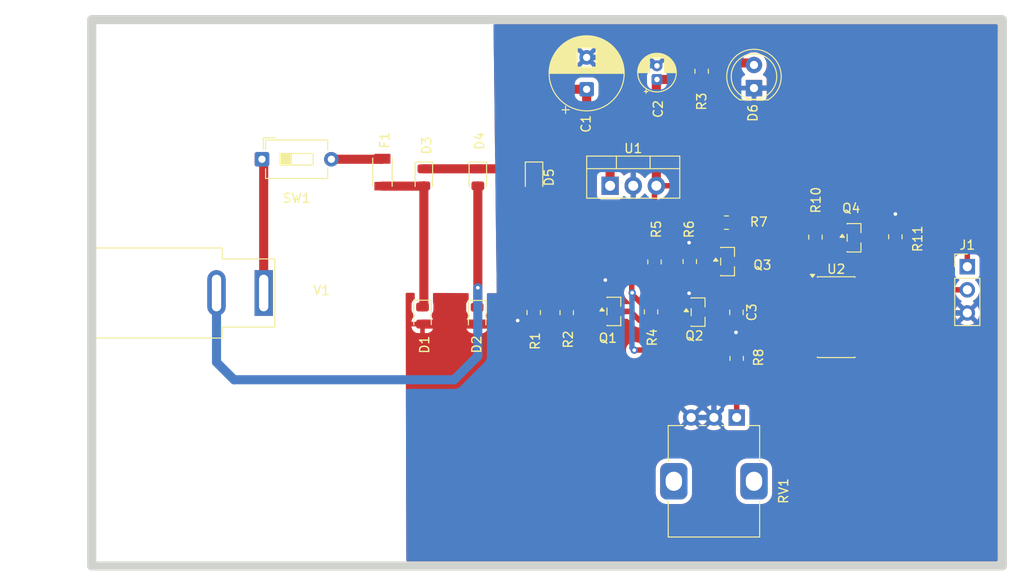
<source format=kicad_pcb>
(kicad_pcb (version 20241229) (generator "pcbnew") (generator_version "9.0")
  (title_block (title "CMPE2150 PWM Generator - mhe4") (date "2025-12-12") (rev "1") (company "NAIT CNT"))
  (layers (0 "F.Cu" signal) (2 "B.Cu" signal) (13 "F.Paste" user) (15 "B.Paste" user) (5 "F.SilkS" user "F.Silkscreen") (7 "B.SilkS" user "B.Silkscreen") (1 "F.Mask" user) (3 "B.Mask" user) (25 "Edge.Cuts" user))
  (net 0 "")
  (net 1 "GND")
  (net 2 "Net-(D5-K)")
  (net 3 "VCC")
  (net 4 "Net-(Q2-C)")
  (net 5 "Net-(D1-K)")
  (net 6 "GNDPWR")
  (net 7 "Net-(D3-K)")
  (net 8 "Net-(D6-A)")
  (net 9 "VAC")
  (net 10 "Net-(J1-Pin_2)")
  (net 11 "Net-(Q1-B)")
  (net 12 "Net-(Q1-C)")
  (net 13 "Net-(Q3-B)")
  (net 14 "Net-(Q3-E)")
  (net 15 "Net-(Q4-B)")
  (net 16 "Net-(U2A-+)")
  (net 17 "Net-(R10-Pad1)")
  (net 18 "Net-(SW1-A)")
  (footprint "Potentiometer_THT:Potentiometer_Alps_RK09K_Single_Vertical" (layer "F.Cu") (at 114.65 79.025 -90)
    (property "Reference" "RV1" (at 8.068 -5.15 90) (layer "F.SilkS"))
    (property "Value" "5k")
    (pad "1" thru_hole rect (at 0 0 270) (size 1.8 1.8) (drill 1) (layers "*.Cu" "*.Mask") (net 16 "Net-(U2A-+)"))
    (pad "2" thru_hole circle (at 0 2.5 270) (size 1.8 1.8) (drill 1) (layers "*.Cu" "*.Mask") (net 1 "GND"))
    (pad "3" thru_hole circle (at 0 5 270) (size 1.8 1.8) (drill 1) (layers "*.Cu" "*.Mask") (net 1 "GND"))
    (pad "MP" thru_hole roundrect (at 7 -1.9 270) (size 4 3) (drill oval 2.1 1.8) (layers "*.Cu" "*.Mask"))
    (pad "MP" thru_hole roundrect (at 7 6.9 270) (size 4 3) (drill oval 2.1 1.8) (layers "*.Cu" "*.Mask"))
  )
  (footprint "Capacitor_THT:CP_Radial_D8.0mm_P3.50mm" (layer "F.Cu") (at 98.175 42.977651 90)
    (property "Reference" "C1" (at -3.797349 -0.075 90) (layer "F.SilkS"))
    (property "Value" "220uf")
    (pad "1" thru_hole roundrect (at 0 0 90) (size 1.6 1.6) (drill 0.8) (layers "*.Cu" "*.Mask") (roundrect_rratio 0.15625) (net 2 "Net-(D5-K)"))
    (pad "2" thru_hole circle (at 3.5 0 90) (size 1.6 1.6) (drill 0.8) (layers "*.Cu" "*.Mask") (net 1 "GND"))
  )
  (footprint "Resistor_SMD:R_0805_2012Metric" (layer "F.Cu") (at 95.9875 67.5125 -90)
    (property "Reference" "R2" (at 2.9375 -0.1625 90) (layer "F.SilkS"))
    (property "Value" "1M")
    (pad "1" smd roundrect (at -0.9125 0 270) (size 1.025 1.4) (layers "F.Cu" "F.Mask" "F.Paste") (roundrect_rratio 0.243902) (net 7 "Net-(D3-K)"))
    (pad "2" smd roundrect (at 0.9125 0 270) (size 1.025 1.4) (layers "F.Cu" "F.Mask" "F.Paste") (roundrect_rratio 0.243902) (net 11 "Net-(Q1-B)"))
  )
  (footprint "Package_TO_SOT_SMD:SOT-23" (layer "F.Cu") (at 113.65 61.9)
    (property "Reference" "Q3" (at 3.825 0.375 0) (layer "F.SilkS"))
    (property "Value" "2N3906")
    (pad "1" smd roundrect (at -0.9375 -0.95) (size 1.475 0.6) (layers "F.Cu" "F.Mask" "F.Paste") (net 14 "Net-(Q3-E)"))
    (pad "2" smd roundrect (at -0.9375 0.95) (size 1.475 0.6) (layers "F.Cu" "F.Mask" "F.Paste") (net 13 "Net-(Q3-B)"))
    (pad "3" smd roundrect (at 0.9375 0) (size 1.475 0.6) (layers "F.Cu" "F.Mask" "F.Paste") (net 4 "Net-(Q2-C)"))
  )
  (footprint "Resistor_SMD:R_0805_2012Metric" (layer "F.Cu") (at 113.525 57.625)
    (property "Reference" "R7" (at 3.55 -0.075 0) (layer "F.SilkS"))
    (property "Value" "22k")
    (pad "1" smd roundrect (at -0.9125 0) (size 1.025 1.4) (layers "F.Cu" "F.Mask" "F.Paste") (roundrect_rratio 0.243902) (net 14 "Net-(Q3-E)"))
    (pad "2" smd roundrect (at 0.9125 0) (size 1.025 1.4) (layers "F.Cu" "F.Mask" "F.Paste") (roundrect_rratio 0.243902) (net 3 "VCC"))
  )
  (footprint "Resistor_SMD:R_0805_2012Metric" (layer "F.Cu") (at 105.625 61.9375 -90)
    (property "Reference" "R5" (at -3.5875 -0.2 90) (layer "F.SilkS"))
    (property "Value" "220k")
    (pad "1" smd roundrect (at -0.9125 0 270) (size 1.025 1.4) (layers "F.Cu" "F.Mask" "F.Paste") (roundrect_rratio 0.243902) (net 3 "VCC"))
    (pad "2" smd roundrect (at 0.9125 0 270) (size 1.025 1.4) (layers "F.Cu" "F.Mask" "F.Paste") (roundrect_rratio 0.243902) (net 13 "Net-(Q3-B)"))
  )
  (footprint "Resistor_SMD:R_0805_2012Metric" (layer "F.Cu") (at 132.075 59.175 90)
    (property "Reference" "R11" (at -0.227064 2.45 90) (layer "F.SilkS"))
    (property "Value" "180")
    (pad "1" smd roundrect (at -0.9125 0 90) (size 1.025 1.4) (layers "F.Cu" "F.Mask" "F.Paste") (roundrect_rratio 0.243902) (net 10 "Net-(J1-Pin_2)"))
    (pad "2" smd roundrect (at 0.9125 0 90) (size 1.025 1.4) (layers "F.Cu" "F.Mask" "F.Paste") (roundrect_rratio 0.243902) (net 1 "GND"))
  )
  (footprint "Connector_PinHeader_2.54mm:PinHeader_1x03_P2.54mm_Vertical" (layer "F.Cu") (at 139.975 62.46)
    (property "Reference" "J1" (at 0 -2.38 0) (layer "F.SilkS"))
    (property "Value" "Conn_01x03_Pin")
    (pad "1" thru_hole rect (at 0 0) (size 1.7 1.7) (drill 1) (layers "*.Cu" "*.Mask") (net 3 "VCC"))
    (pad "2" thru_hole circle (at 0 2.54) (size 1.7 1.7) (drill 1) (layers "*.Cu" "*.Mask") (net 10 "Net-(J1-Pin_2)"))
    (pad "3" thru_hole circle (at 0 5.08) (size 1.7 1.7) (drill 1) (layers "*.Cu" "*.Mask") (net 1 "GND"))
  )
  (footprint "Resistor_SMD:R_0805_2012Metric" (layer "F.Cu") (at 105.25 67.425 -90)
    (property "Reference" "R4" (at 2.8 -0.125 90) (layer "F.SilkS"))
    (property "Value" "10k")
    (pad "1" smd roundrect (at -0.9125 0 270) (size 1.025 1.4) (layers "F.Cu" "F.Mask" "F.Paste") (roundrect_rratio 0.243902) (net 3 "VCC"))
    (pad "2" smd roundrect (at 0.9125 0 270) (size 1.025 1.4) (layers "F.Cu" "F.Mask" "F.Paste") (roundrect_rratio 0.243902) (net 12 "Net-(Q1-C)"))
  )
  (footprint "Package_TO_SOT_SMD:SOT-23" (layer "F.Cu") (at 127.5375 59.2875)
    (property "Reference" "Q4" (at -0.3125 -3.2375 0) (layer "F.SilkS"))
    (property "Value" "2N3906")
    (pad "1" smd roundrect (at -0.9375 -0.95) (size 1.475 0.6) (layers "F.Cu" "F.Mask" "F.Paste") (net 3 "VCC"))
    (pad "2" smd roundrect (at -0.9375 0.95) (size 1.475 0.6) (layers "F.Cu" "F.Mask" "F.Paste") (net 15 "Net-(Q4-B)"))
    (pad "3" smd roundrect (at 0.9375 0) (size 1.475 0.6) (layers "F.Cu" "F.Mask" "F.Paste") (net 10 "Net-(J1-Pin_2)"))
  )
  (footprint "Package_TO_SOT_SMD:SOT-23" (layer "F.Cu") (at 101.1625 67.375)
    (property "Reference" "Q1" (at -0.6625 2.925 0) (layer "F.SilkS"))
    (property "Value" "2N3904")
    (pad "1" smd roundrect (at -0.9375 -0.95) (size 1.475 0.6) (layers "F.Cu" "F.Mask" "F.Paste") (net 1 "GND"))
    (pad "2" smd roundrect (at -0.9375 0.95) (size 1.475 0.6) (layers "F.Cu" "F.Mask" "F.Paste") (net 11 "Net-(Q1-B)"))
    (pad "3" smd roundrect (at 0.9375 0) (size 1.475 0.6) (layers "F.Cu" "F.Mask" "F.Paste") (net 12 "Net-(Q1-C)"))
  )
  (footprint "Resistor_SMD:R_0805_2012Metric" (layer "F.Cu") (at 110.8 41 90)
    (property "Reference" "R3" (at -3.325 0 90) (layer "F.SilkS"))
    (property "Value" "330")
    (pad "1" smd roundrect (at -0.9125 0 90) (size 1.025 1.4) (layers "F.Cu" "F.Mask" "F.Paste") (roundrect_rratio 0.243902) (net 3 "VCC"))
    (pad "2" smd roundrect (at 0.9125 0 90) (size 1.025 1.4) (layers "F.Cu" "F.Mask" "F.Paste") (roundrect_rratio 0.243902) (net 8 "Net-(D6-A)"))
  )
  (footprint "Resistor_SMD:R_0805_2012Metric" (layer "F.Cu") (at 123.3 59.2125 -90)
    (property "Reference" "R10" (at -4.0625 -0.05 90) (layer "F.SilkS"))
    (property "Value" "8.2k")
    (pad "1" smd roundrect (at -0.9125 0 270) (size 1.025 1.4) (layers "F.Cu" "F.Mask" "F.Paste") (roundrect_rratio 0.243902) (net 17 "Net-(R10-Pad1)"))
    (pad "2" smd roundrect (at 0.9125 0 270) (size 1.025 1.4) (layers "F.Cu" "F.Mask" "F.Paste") (roundrect_rratio 0.243902) (net 15 "Net-(Q4-B)"))
  )
  (footprint "Package_TO_SOT_THT:TO-220-3_Vertical" (layer "F.Cu") (at 100.75 53.575)
    (property "Reference" "U1" (at 2.54 -4.1 0) (layer "F.SilkS"))
    (property "Value" "LM7805_TO220")
    (pad "1" thru_hole rect (at 0 0) (size 1.905 2) (drill 1.1) (layers "*.Cu" "*.Mask") (net 2 "Net-(D5-K)"))
    (pad "2" thru_hole oval (at 2.54 0) (size 1.905 2) (drill 1.1) (layers "*.Cu" "*.Mask") (net 1 "GND"))
    (pad "3" thru_hole oval (at 5.08 0) (size 1.905 2) (drill 1.1) (layers "*.Cu" "*.Mask") (net 3 "VCC"))
  )
  (footprint "Diode_SMD:D_0805_2012Metric" (layer "F.Cu") (at 86.225 52.65 -90)
    (property "Reference" "D4" (at -4 -0.2 90) (layer "F.SilkS"))
    (property "Value" "1N4005G")
    (pad "1" smd roundrect (at -0.9375 0 270) (size 0.975 1.4) (layers "F.Cu" "F.Mask" "F.Paste") (net 7 "Net-(D3-K)"))
    (pad "2" smd roundrect (at 0.9375 0 270) (size 0.975 1.4) (layers "F.Cu" "F.Mask" "F.Paste") (net 6 "GNDPWR"))
  )
  (footprint "LED_THT:LED_D5.0mm" (layer "F.Cu") (at 116.55 42.85 90)
    (property "Reference" "D6" (at -2.725 -0.125 90) (layer "F.SilkS"))
    (property "Value" "LED_GREEN")
    (pad "1" thru_hole rect (at 0 0 90) (size 1.8 1.8) (drill 0.9) (layers "*.Cu" "*.Mask") (net 1 "GND"))
    (pad "2" thru_hole circle (at 2.54 0 90) (size 1.8 1.8) (drill 0.9) (layers "*.Cu" "*.Mask") (net 8 "Net-(D6-A)"))
  )
  (footprint "Diode_SMD:D_0805_2012Metric" (layer "F.Cu") (at 80.15 67.825 -90)
    (property "Reference" "D1" (at 3.2 -0.225 90) (layer "F.SilkS"))
    (property "Value" "1N4005G")
    (pad "1" smd roundrect (at -0.9375 0 270) (size 0.975 1.4) (layers "F.Cu" "F.Mask" "F.Paste") (net 5 "Net-(D1-K)"))
    (pad "2" smd roundrect (at 0.9375 0 270) (size 0.975 1.4) (layers "F.Cu" "F.Mask" "F.Paste") (net 1 "GND"))
  )
  (footprint "Resistor_SMD:R_0805_2012Metric" (layer "F.Cu") (at 109.5 61.9 90)
    (property "Reference" "R6" (at 3.55 -0.075 90) (layer "F.SilkS"))
    (property "Value" "390k")
    (pad "1" smd roundrect (at -0.9125 0 90) (size 1.025 1.4) (layers "F.Cu" "F.Mask" "F.Paste") (roundrect_rratio 0.243902) (net 13 "Net-(Q3-B)"))
    (pad "2" smd roundrect (at 0.9125 0 90) (size 1.025 1.4) (layers "F.Cu" "F.Mask" "F.Paste") (roundrect_rratio 0.243902) (net 1 "GND"))
  )
  (footprint "Button_Switch_THT:SW_DIP_SPSTx01_Slide_6.7x4.1mm_W7.62mm_P2.54mm_LowProfile" (layer "F.Cu") (at 62.52 50.6625)
    (property "Reference" "SW1" (at 3.81 4.275 0) (layer "F.SilkS"))
    (property "Value" "CTS 209-210")
    (pad "1" thru_hole roundrect (at 0 0) (size 1.6 1.6) (drill 0.8) (layers "*.Cu" "*.Mask") (roundrect_rratio 0.15625) (net 18 "Net-(SW1-A)"))
    (pad "2" thru_hole circle (at 7.62 0) (size 1.6 1.6) (drill 0.8) (layers "*.Cu" "*.Mask") (net 9 "VAC"))
  )
  (footprint "Resistor_SMD:R_0805_2012Metric" (layer "F.Cu") (at 92.3625 67.5 -90)
    (property "Reference" "R1" (at 3.125 -0.1625 90) (layer "F.SilkS"))
    (property "Value" "2.2k")
    (pad "1" smd roundrect (at -0.9125 0 270) (size 1.025 1.4) (layers "F.Cu" "F.Mask" "F.Paste") (roundrect_rratio 0.243902) (net 7 "Net-(D3-K)"))
    (pad "2" smd roundrect (at 0.9125 0 270) (size 1.025 1.4) (layers "F.Cu" "F.Mask" "F.Paste") (roundrect_rratio 0.243902) (net 1 "GND"))
  )
  (footprint "Package_TO_SOT_SMD:SOT-23" (layer "F.Cu") (at 110.4125 67.45)
    (property "Reference" "Q2" (at -0.4125 2.6 0) (layer "F.SilkS"))
    (property "Value" "2N3904")
    (pad "1" smd roundrect (at -0.9375 -0.95) (size 1.475 0.6) (layers "F.Cu" "F.Mask" "F.Paste") (net 1 "GND"))
    (pad "2" smd roundrect (at -0.9375 0.95) (size 1.475 0.6) (layers "F.Cu" "F.Mask" "F.Paste") (net 12 "Net-(Q1-C)"))
    (pad "3" smd roundrect (at 0.9375 0) (size 1.475 0.6) (layers "F.Cu" "F.Mask" "F.Paste") (net 4 "Net-(Q2-C)"))
  )
  (footprint "Package_SO:SOIC-14_3.9x8.7mm_P1.27mm" (layer "F.Cu") (at 125.575 68.0025)
    (property "Reference" "U2" (at 0 -5.28 0) (layer "F.SilkS"))
    (property "Value" "LM339")
    (pad "1" smd roundrect (at -2.475 -3.81) (size 1.95 0.6) (layers "F.Cu" "F.Mask" "F.Paste"))
    (pad "2" smd roundrect (at -2.475 -2.54) (size 1.95 0.6) (layers "F.Cu" "F.Mask" "F.Paste") (net 17 "Net-(R10-Pad1)"))
    (pad "3" smd roundrect (at -2.475 -1.27) (size 1.95 0.6) (layers "F.Cu" "F.Mask" "F.Paste") (net 3 "VCC"))
    (pad "4" smd roundrect (at -2.475 0) (size 1.95 0.6) (layers "F.Cu" "F.Mask" "F.Paste") (net 4 "Net-(Q2-C)"))
    (pad "5" smd roundrect (at -2.475 1.27) (size 1.95 0.6) (layers "F.Cu" "F.Mask" "F.Paste") (net 16 "Net-(U2A-+)"))
    (pad "6" smd roundrect (at -2.475 2.54) (size 1.95 0.6) (layers "F.Cu" "F.Mask" "F.Paste"))
    (pad "7" smd roundrect (at -2.475 3.81) (size 1.95 0.6) (layers "F.Cu" "F.Mask" "F.Paste"))
    (pad "8" smd roundrect (at 2.475 3.81) (size 1.95 0.6) (layers "F.Cu" "F.Mask" "F.Paste"))
    (pad "9" smd roundrect (at 2.475 2.54) (size 1.95 0.6) (layers "F.Cu" "F.Mask" "F.Paste"))
    (pad "10" smd roundrect (at 2.475 1.27) (size 1.95 0.6) (layers "F.Cu" "F.Mask" "F.Paste"))
    (pad "11" smd roundrect (at 2.475 0) (size 1.95 0.6) (layers "F.Cu" "F.Mask" "F.Paste"))
    (pad "12" smd roundrect (at 2.475 -1.27) (size 1.95 0.6) (layers "F.Cu" "F.Mask" "F.Paste") (net 1 "GND"))
    (pad "13" smd roundrect (at 2.475 -2.54) (size 1.95 0.6) (layers "F.Cu" "F.Mask" "F.Paste"))
    (pad "14" smd roundrect (at 2.475 -3.81) (size 1.95 0.6) (layers "F.Cu" "F.Mask" "F.Paste"))
  )
  (footprint "Diode_SMD:D_0805_2012Metric" (layer "F.Cu") (at 80.3 52.65 -90)
    (property "Reference" "D3" (at -3.5 -0.3 90) (layer "F.SilkS"))
    (property "Value" "1N4005G")
    (pad "1" smd roundrect (at -0.9375 0 270) (size 0.975 1.4) (layers "F.Cu" "F.Mask" "F.Paste") (net 7 "Net-(D3-K)"))
    (pad "2" smd roundrect (at 0.9375 0 270) (size 0.975 1.4) (layers "F.Cu" "F.Mask" "F.Paste") (net 5 "Net-(D1-K)"))
  )
  (footprint "Connector_BarrelJack:BarrelJack_SwitchcraftConxall_RAPC10U_Horizontal" (layer "F.Cu") (at 62.71 65.35)
    (property "Reference" "V1" (at 6.365 -0.275 0) (layer "F.SilkS"))
    (property "Value" "BarrelJack")
    (fp_line (start -18.67 -9) (end -18.67 9) (stroke (width 0.12)) (layer "Edge.Cuts"))
    (pad "1" thru_hole rect (at 0 0) (size 2.02 5.02) (drill oval 1.02 4.02) (layers "*.Cu" "*.Mask") (net 18 "Net-(SW1-A)"))
    (pad "2" thru_hole oval (at -5.18 0) (size 2.02 5.02) (drill oval 1.02 4.02) (layers "*.Cu" "*.Mask") (net 6 "GNDPWR"))
  )
  (footprint "Diode_SMD:D_0805_2012Metric" (layer "F.Cu") (at 92.4 52.65 -90)
    (property "Reference" "D5" (at 0 -1.65 90) (layer "F.SilkS"))
    (property "Value" "1N4005G")
    (pad "1" smd roundrect (at -0.9375 0 270) (size 0.975 1.4) (layers "F.Cu" "F.Mask" "F.Paste") (net 2 "Net-(D5-K)"))
    (pad "2" smd roundrect (at 0.9375 0 270) (size 0.975 1.4) (layers "F.Cu" "F.Mask" "F.Paste") (net 7 "Net-(D3-K)"))
  )
  (footprint "Capacitor_SMD:C_0805_2012Metric" (layer "F.Cu") (at 114.625 67.475 -90)
    (property "Reference" "C3" (at 0 -1.68 90) (layer "F.SilkS"))
    (property "Value" "0.1uf")
    (pad "1" smd roundrect (at -0.95 0 270) (size 1 1.45) (layers "F.Cu" "F.Mask" "F.Paste") (net 4 "Net-(Q2-C)"))
    (pad "2" smd roundrect (at 0.95 0 270) (size 1 1.45) (layers "F.Cu" "F.Mask" "F.Paste") (net 1 "GND"))
  )
  (footprint "Capacitor_THT:CP_Radial_D4.0mm_P1.50mm" (layer "F.Cu") (at 105.9 41.9 90)
    (property "Reference" "C2" (at -3.25 0.125 90) (layer "F.SilkS"))
    (property "Value" "10uf")
    (pad "1" thru_hole roundrect (at 0 0 90) (size 1.2 1.2) (drill 0.6) (layers "*.Cu" "*.Mask") (roundrect_rratio 0.208333) (net 3 "VCC"))
    (pad "2" thru_hole circle (at 1.5 0 90) (size 1.2 1.2) (drill 0.6) (layers "*.Cu" "*.Mask") (net 1 "GND"))
  )
  (footprint "Resistor_SMD:R_0805_2012Metric" (layer "F.Cu") (at 114.65 72.525 -90)
    (property "Reference" "R8" (at -0.1 -2.4 90) (layer "F.SilkS"))
    (property "Value" "2.2k")
    (pad "1" smd roundrect (at -0.9125 0 270) (size 1.025 1.4) (layers "F.Cu" "F.Mask" "F.Paste") (roundrect_rratio 0.243902) (net 3 "VCC"))
    (pad "2" smd roundrect (at 0.9125 0 270) (size 1.025 1.4) (layers "F.Cu" "F.Mask" "F.Paste") (roundrect_rratio 0.243902) (net 16 "Net-(U2A-+)"))
  )
  (footprint "Diode_SMD:D_0805_2012Metric" (layer "F.Cu") (at 86.15 67.85 -90)
    (property "Reference" "D2" (at 3.15 0.05 90) (layer "F.SilkS"))
    (property "Value" "1N4005G")
    (pad "1" smd roundrect (at -0.9375 0 270) (size 0.975 1.4) (layers "F.Cu" "F.Mask" "F.Paste") (net 6 "GNDPWR"))
    (pad "2" smd roundrect (at 0.9375 0 270) (size 0.975 1.4) (layers "F.Cu" "F.Mask" "F.Paste") (net 1 "GND"))
  )
  (footprint "lib:RESC3115X65N" (layer "F.Cu") (at 75.75 52.075 -90)
    (property "Reference" "F1" (at -3.5 -0.25 90) (layer "F.SilkS"))
    (property "Value" "NANOSMDC016F-2")
    (pad "1" smd roundrect (at -1.465 0 270) (size 1.09 1.77) (layers "F.Cu" "F.Mask" "F.Paste") (roundrect_rratio 0.07) (net 9 "VAC"))
    (pad "2" smd roundrect (at 1.54 0 270) (size 0.94 1.77) (layers "F.Cu" "F.Mask" "F.Paste") (roundrect_rratio 0.07) (net 5 "Net-(D1-K)"))
  )
  (gr_rect (start 43.825 35.325) (end 143.825 95.325) (stroke (width 1)) (fill no) (layer "Edge.Cuts"))
  (segment (start 109.475 65.4) (end 109.45 65.375) (width 0.6) (layer "F.Cu") (net 1))
  (segment (start 114.625 68.425) (end 114.625 69.65) (width 0.6) (layer "F.Cu") (net 1))
  (segment (start 109.5 59.9) (end 109.425 59.825) (width 0.6) (layer "F.Cu") (net 1))
  (segment (start 109.5 60.9875) (end 109.5 59.9) (width 0.6) (layer "F.Cu") (net 1))
  (segment (start 100.225 66.425) (end 100.225 63.975) (width 0.6) (layer "F.Cu") (net 1))
  (segment (start 109.475 66.5) (end 109.475 65.4) (width 0.6) (layer "F.Cu") (net 1))
  (segment (start 80.15 68.7625) (end 88.5625 68.7625) (width 1) (layer "F.Cu") (net 1))
  (segment (start 132.075 56.675) (end 132.075 58.2625) (width 0.6) (layer "F.Cu") (net 1))
  (segment (start 88.9125 68.4125) (end 92.3625 68.4125) (width 1) (layer "F.Cu") (net 1))
  (segment (start 114.625 69.65) (end 114.575 69.7) (width 0.6) (layer "F.Cu") (net 1))
  (segment (start 128.05 66.7325) (end 133.0075 66.7325) (width 0.6) (layer "F.Cu") (net 1))
  (segment (start 88.5625 68.7625) (end 88.9125 68.4125) (width 1) (layer "F.Cu") (net 1))
  (segment (start 133.0075 66.7325) (end 133.815 67.54) (width 0.6) (layer "F.Cu") (net 1))
  (segment (start 133.815 67.54) (end 139.975 67.54) (width 0.6) (layer "F.Cu") (net 1))
  (via (at 114.575 69.675) (size 0.8) (drill 0.4) (layers "F.Cu" "B.Cu") (net 1))
  (via (at 109.425 59.825) (size 0.8) (drill 0.4) (layers "F.Cu" "B.Cu") (net 1))
  (via (at 109.425 65.375) (size 0.8) (drill 0.4) (layers "F.Cu" "B.Cu") (net 1))
  (via (at 132.075 56.675) (size 0.8) (drill 0.4) (layers "F.Cu" "B.Cu") (net 1))
  (via (at 90.6 68.375) (size 0.8) (drill 0.4) (layers "F.Cu" "B.Cu") (net 1))
  (via (at 100.225 63.925) (size 0.8) (drill 0.4) (layers "F.Cu" "B.Cu") (net 1))
  (segment (start 105.15 59.825) (end 103.29 57.965) (width 0.6) (layer "B.Cu") (net 1))
  (segment (start 102.525 40.425) (end 102.55 40.4) (width 0.6) (layer "B.Cu") (net 1))
  (segment (start 94.025 63.925) (end 90.6 67.35) (width 0.6) (layer "B.Cu") (net 1))
  (segment (start 109.375 63.925) (end 109.425 63.875) (width 0.6) (layer "B.Cu") (net 1))
  (segment (start 102.525 44.125) (end 102.525 40.425) (width 0.6) (layer "B.Cu") (net 1))
  (segment (start 102.075 40.4) (end 102.55 40.4) (width 0.6) (layer "B.Cu") (net 1))
  (segment (start 110.875 69.675) (end 109.425 68.225) (width 0.6) (layer "B.Cu") (net 1))
  (segment (start 90.6 67.35) (end 90.6 68.375) (width 0.6) (layer "B.Cu") (net 1))
  (segment (start 109.425 59.825) (end 105.15 59.825) (width 0.6) (layer "B.Cu") (net 1))
  (segment (start 114.575 69.675) (end 110.875 69.675) (width 0.6) (layer "B.Cu") (net 1))
  (segment (start 139.975 67.54) (end 135.715 67.54) (width 0.6) (layer "B.Cu") (net 1))
  (segment (start 100.225 63.925) (end 109.375 63.925) (width 0.6) (layer "B.Cu") (net 1))
  (segment (start 132.075 48.375) (end 126.55 42.85) (width 0.6) (layer "B.Cu") (net 1))
  (segment (start 109.425 63.875) (end 109.425 59.825) (width 0.6) (layer "B.Cu") (net 1))
  (segment (start 102.55 40.4) (end 105.9 40.4) (width 0.6) (layer "B.Cu") (net 1))
  (segment (start 101.152651 39.477651) (end 102.075 40.4) (width 0.6) (layer "B.Cu") (net 1))
  (segment (start 103.29 44.89) (end 102.525 44.125) (width 0.6) (layer "B.Cu") (net 1))
  (segment (start 109.425 65.375) (end 109.425 63.875) (width 0.6) (layer "B.Cu") (net 1))
  (segment (start 114.575 69.675) (end 114.575 72.65) (width 0.6) (layer "B.Cu") (net 1))
  (segment (start 103.29 57.965) (end 103.29 53.575) (width 0.6) (layer "B.Cu") (net 1))
  (segment (start 112.15 79.025) (end 109.65 79.025) (width 0.6) (layer "B.Cu") (net 1))
  (segment (start 98.175 39.477651) (end 101.152651 39.477651) (width 0.6) (layer "B.Cu") (net 1))
  (segment (start 109.425 68.225) (end 109.425 65.375) (width 0.6) (layer "B.Cu") (net 1))
  (segment (start 126.55 42.85) (end 116.55 42.85) (width 0.6) (layer "B.Cu") (net 1))
  (segment (start 112.15 75.075) (end 112.15 79.025) (width 0.6) (layer "B.Cu") (net 1))
  (segment (start 135.715 67.54) (end 132.075 63.9) (width 0.6) (layer "B.Cu") (net 1))
  (segment (start 100.225 63.925) (end 94.025 63.925) (width 0.6) (layer "B.Cu") (net 1))
  (segment (start 132.075 63.9) (end 132.075 48.375) (width 0.6) (layer "B.Cu") (net 1))
  (segment (start 103.29 53.575) (end 103.29 44.89) (width 0.6) (layer "B.Cu") (net 1))
  (segment (start 114.575 72.65) (end 112.15 75.075) (width 0.6) (layer "B.Cu") (net 1))
  (segment (start 92.4 51.7125) (end 92.4 46.125) (width 1) (layer "F.Cu") (net 2))
  (segment (start 95.547349 42.977651) (end 98.175 42.977651) (width 1) (layer "F.Cu") (net 2))
  (segment (start 92.4 46.125) (end 95.547349 42.977651) (width 1) (layer "F.Cu") (net 2))
  (segment (start 98.175 42.977651) (end 98.175 47.15) (width 1) (layer "F.Cu") (net 2))
  (segment (start 100.75 49.725) (end 100.75 53.575) (width 1) (layer "F.Cu") (net 2))
  (segment (start 98.175 47.15) (end 100.75 49.725) (width 1) (layer "F.Cu") (net 2))
  (segment (start 119.7575 66.7325) (end 117.875 64.85) (width 0.6) (layer "F.Cu") (net 3))
  (segment (start 104 61.025) (end 103.125 61.9) (width 0.6) (layer "F.Cu") (net 3))
  (segment (start 105.625 54.41) (end 105.625 61.025) (width 0.6) (layer "F.Cu") (net 3))
  (segment (start 114.4375 57.625) (end 114.4375 53.575) (width 0.6) (layer "F.Cu") (net 3))
  (segment (start 112.95 53.575) (end 120.3 53.575) (width 0.6) (layer "F.Cu") (net 3))
  (segment (start 114.4375 53.575) (end 112.95 53.575) (width 0.6) (layer "F.Cu") (net 3))
  (segment (start 105.83 53.575) (end 105.83 54.205) (width 0.6) (layer "F.Cu") (net 3))
  (segment (start 139.975 58.6) (end 135.7 54.325) (width 0.6) (layer "F.Cu") (net 3))
  (segment (start 114.65 71.6125) (end 103.4125 71.6125) (width 0.6) (layer "F.Cu") (net 3))
  (segment (start 126.675 54.325) (end 121.05 54.325) (width 0.6) (layer "F.Cu") (net 3))
  (segment (start 105.83 54.205) (end 105.625 54.41) (width 0.6) (layer "F.Cu") (net 3))
  (segment (start 135.7 54.325) (end 126.675 54.325) (width 0.6) (layer "F.Cu") (net 3))
  (segment (start 117.875 64.85) (end 117.875 59) (width 0.6) (layer "F.Cu") (net 3))
  (segment (start 105.625 61.025) (end 104 61.025) (width 0.6) (layer "F.Cu") (net 3))
  (segment (start 103.4125 71.6125) (end 103.4 71.625) (width 0.6) (layer "F.Cu") (net 3))
  (segment (start 105.83 53.575) (end 105.83 41.97) (width 1) (layer "F.Cu") (net 3))
  (segment (start 126.6 58.3375) (end 126.6 54.4) (width 0.6) (layer "F.Cu") (net 3))
  (segment (start 126.6 54.4) (end 126.675 54.325) (width 0.6) (layer "F.Cu") (net 3))
  (segment (start 104.1875 66.5125) (end 105.25 66.5125) (width 0.6) (layer "F.Cu") (net 3))
  (segment (start 120.3 53.575) (end 121.05 54.325) (width 0.6) (layer "F.Cu") (net 3))
  (segment (start 103.125 61.9) (end 103.125 65.45) (width 0.6) (layer "F.Cu") (net 3))
  (segment (start 123.1 66.7325) (end 119.7575 66.7325) (width 0.6) (layer "F.Cu") (net 3))
  (segment (start 139.975 62.46) (end 139.975 58.6) (width 0.6) (layer "F.Cu") (net 3))
  (segment (start 116.5 57.625) (end 114.4375 57.625) (width 0.6) (layer "F.Cu") (net 3))
  (segment (start 103.125 65.45) (end 104.1875 66.5125) (width 0.6) (layer "F.Cu") (net 3))
  (segment (start 105.9 41.9) (end 110.6125 41.9) (width 1) (layer "F.Cu") (net 3))
  (segment (start 117.875 59) (end 116.5 57.625) (width 0.6) (layer "F.Cu") (net 3))
  (segment (start 105.83 41.97) (end 105.9 41.9) (width 1) (layer "F.Cu") (net 3))
  (segment (start 112.95 53.575) (end 105.83 53.575) (width 0.6) (layer "F.Cu") (net 3))
  (via (at 103.175 65.325) (size 0.8) (drill 0.4) (layers "F.Cu" "B.Cu") (net 3))
  (via (at 103.4 71.625) (size 0.8) (drill 0.4) (layers "F.Cu" "B.Cu") (net 3))
  (segment (start 103.4 71.625) (end 103.15 71.375) (width 0.6) (layer "B.Cu") (net 3))
  (segment (start 103.15 71.375) (end 103.15 65.325) (width 0.6) (layer "B.Cu") (net 3))
  (segment (start 123.1 68.0025) (end 118.1275 68.0025) (width 0.6) (layer "F.Cu") (net 4))
  (segment (start 111.35 67.45) (end 112.55 67.45) (width 0.6) (layer "F.Cu") (net 4))
  (segment (start 117.525 67.4) (end 116.65 66.525) (width 0.6) (layer "F.Cu") (net 4))
  (segment (start 116.65 66.525) (end 114.625 66.525) (width 0.6) (layer "F.Cu") (net 4))
  (segment (start 114.5875 66.4875) (end 114.625 66.525) (width 0.6) (layer "F.Cu") (net 4))
  (segment (start 113.475 66.525) (end 114.625 66.525) (width 0.6) (layer "F.Cu") (net 4))
  (segment (start 112.55 67.45) (end 113.475 66.525) (width 0.6) (layer "F.Cu") (net 4))
  (segment (start 114.5875 61.9) (end 114.5875 66.4875) (width 0.6) (layer "F.Cu") (net 4))
  (segment (start 118.1275 68.0025) (end 117.525 67.4) (width 0.6) (layer "F.Cu") (net 4))
  (segment (start 80.3 66.7375) (end 80.15 66.8875) (width 1) (layer "F.Cu") (net 5))
  (segment (start 80.26 53.615) (end 80.3 53.575) (width 1) (layer "F.Cu") (net 5))
  (segment (start 75.75 53.615) (end 80.26 53.615) (width 1) (layer "F.Cu") (net 5))
  (segment (start 80.3 53.5875) (end 80.3 66.7375) (width 1) (layer "F.Cu") (net 5))
  (segment (start 86.225 66.7875) (end 86.025 66.9875) (width 1) (layer "F.Cu") (net 6))
  (segment (start 86.225 53.5875) (end 86.225 66.7875) (width 1) (layer "F.Cu") (net 6))
  (via (at 86.225 64.775) (size 0.8) (drill 0.4) (layers "F.Cu" "B.Cu") (net 6))
  (segment (start 57.53 65.35) (end 57.53 72.955) (width 1) (layer "B.Cu") (net 6))
  (segment (start 59.45 74.875) (end 83.625 74.875) (width 1) (layer "B.Cu") (net 6))
  (segment (start 57.53 72.955) (end 59.45 74.875) (width 1) (layer "B.Cu") (net 6))
  (segment (start 83.625 74.875) (end 86.225 72.275) (width 1) (layer "B.Cu") (net 6))
  (segment (start 86.225 72.275) (end 86.225 64.775) (width 1) (layer "B.Cu") (net 6))
  (segment (start 80.3 51.7125) (end 88.7375 51.7125) (width 1) (layer "F.Cu") (net 7))
  (segment (start 92.3625 66.5875) (end 95.975 66.5875) (width 1) (layer "F.Cu") (net 7))
  (segment (start 92.4 66.55) (end 92.3625 66.5875) (width 1) (layer "F.Cu") (net 7))
  (segment (start 88.7375 51.7125) (end 90.6125 53.5875) (width 1) (layer "F.Cu") (net 7))
  (segment (start 92.4 53.5875) (end 92.4 66.55) (width 1) (layer "F.Cu") (net 7))
  (segment (start 95.975 66.5875) (end 95.9875 66.6) (width 1) (layer "F.Cu") (net 7))
  (segment (start 90.6125 53.5875) (end 92.4 53.5875) (width 1) (layer "F.Cu") (net 7))
  (segment (start 116.3275 40.0875) (end 116.55 40.31) (width 1) (layer "F.Cu") (net 8))
  (segment (start 110.8 40.0875) (end 116.3275 40.0875) (width 1) (layer "F.Cu") (net 8))
  (segment (start 70.14 50.6625) (end 75.6975 50.6625) (width 1) (layer "F.Cu") (net 9))
  (segment (start 75.6975 50.6625) (end 75.75 50.61) (width 1) (layer "F.Cu") (net 9))
  (segment (start 130.2625 60.0875) (end 129.4625 59.2875) (width 0.6) (layer "F.Cu") (net 10))
  (segment (start 129.4625 59.2875) (end 128.475 59.2875) (width 0.6) (layer "F.Cu") (net 10))
  (segment (start 132.075 63.575) (end 132.075 60.0875) (width 0.6) (layer "F.Cu") (net 10))
  (segment (start 139.975 65) (end 133.5 65) (width 0.6) (layer "F.Cu") (net 10))
  (segment (start 132.075 60.0875) (end 130.2625 60.0875) (width 0.6) (layer "F.Cu") (net 10))
  (segment (start 133.5 65) (end 132.075 63.575) (width 0.6) (layer "F.Cu") (net 10))
  (segment (start 100.125 68.425) (end 100.225 68.325) (width 0.6) (layer "F.Cu") (net 11))
  (segment (start 95.9875 68.425) (end 100.125 68.425) (width 0.6) (layer "F.Cu") (net 11))
  (segment (start 103.9625 68.3375) (end 105.25 68.3375) (width 0.6) (layer "F.Cu") (net 12))
  (segment (start 105.25 68.3375) (end 109.4125 68.3375) (width 0.6) (layer "F.Cu") (net 12))
  (segment (start 109.4125 68.3375) (end 109.475 68.4) (width 0.6) (layer "F.Cu") (net 12))
  (segment (start 102.1 67.375) (end 103 67.375) (width 0.6) (layer "F.Cu") (net 12))
  (segment (start 103 67.375) (end 103.9625 68.3375) (width 0.6) (layer "F.Cu") (net 12))
  (segment (start 112.7125 62.85) (end 105.625 62.85) (width 0.6) (layer "F.Cu") (net 13))
  (segment (start 112.7125 60.95) (end 112.7125 57.725) (width 0.6) (layer "F.Cu") (net 14))
  (segment (start 112.7125 57.725) (end 112.6125 57.625) (width 0.6) (layer "F.Cu") (net 14))
  (segment (start 123.4125 60.2375) (end 123.3 60.125) (width 0.6) (layer "F.Cu") (net 15))
  (segment (start 126.6 60.2375) (end 123.4125 60.2375) (width 0.6) (layer "F.Cu") (net 15))
  (segment (start 123.1 69.2725) (end 118.0775 69.2725) (width 0.6) (layer "F.Cu") (net 16))
  (segment (start 116.975 70.375) (end 116.975 72.575) (width 0.6) (layer "F.Cu") (net 16))
  (segment (start 116.975 72.575) (end 116.1125 73.4375) (width 0.6) (layer "F.Cu") (net 16))
  (segment (start 118.04 69.31) (end 117.6625 69.6875) (width 0.6) (layer "F.Cu") (net 16))
  (segment (start 117.6625 69.6875) (end 116.975 70.375) (width 0.6) (layer "F.Cu") (net 16))
  (segment (start 114.65 73.4375) (end 114.65 79.025) (width 0.6) (layer "F.Cu") (net 16))
  (segment (start 118.0775 69.2725) (end 117.6625 69.6875) (width 0.6) (layer "F.Cu") (net 16))
  (segment (start 116.1125 73.4375) (end 114.65 73.4375) (width 0.6) (layer "F.Cu") (net 16))
  (segment (start 120.275 64.25) (end 120.275 59.575) (width 0.6) (layer "F.Cu") (net 17))
  (segment (start 120.275 59.575) (end 121.55 58.3) (width 0.6) (layer "F.Cu") (net 17))
  (segment (start 121.55 58.3) (end 123.3 58.3) (width 0.6) (layer "F.Cu") (net 17))
  (segment (start 121.4875 65.4625) (end 120.275 64.25) (width 0.6) (layer "F.Cu") (net 17))
  (segment (start 123.1 65.4625) (end 121.4875 65.4625) (width 0.6) (layer "F.Cu") (net 17))
  (segment (start 62.71 50.8525) (end 62.52 50.6625) (width 1) (layer "F.Cu") (net 18))
  (segment (start 62.71 65.35) (end 62.71 50.8525) (width 1) (layer "F.Cu") (net 18))
  (zone (net 1) (net_name "GND") (layers "F.Cu" "B.Cu") (connect_pads (clearance 0.5)) (min_thickness 0.25) (fill yes (thermal_gap 0.5) (thermal_bridge_width 0.5))
    (polygon (pts (xy 87.95 35.825) (xy 88.3 65.375) (xy 78.3 65.325) (xy 78.375 95.775) (xy 143.925 96) (xy 143.8 33.175) (xy 87.6 34.25)))
  )
)
</source>
